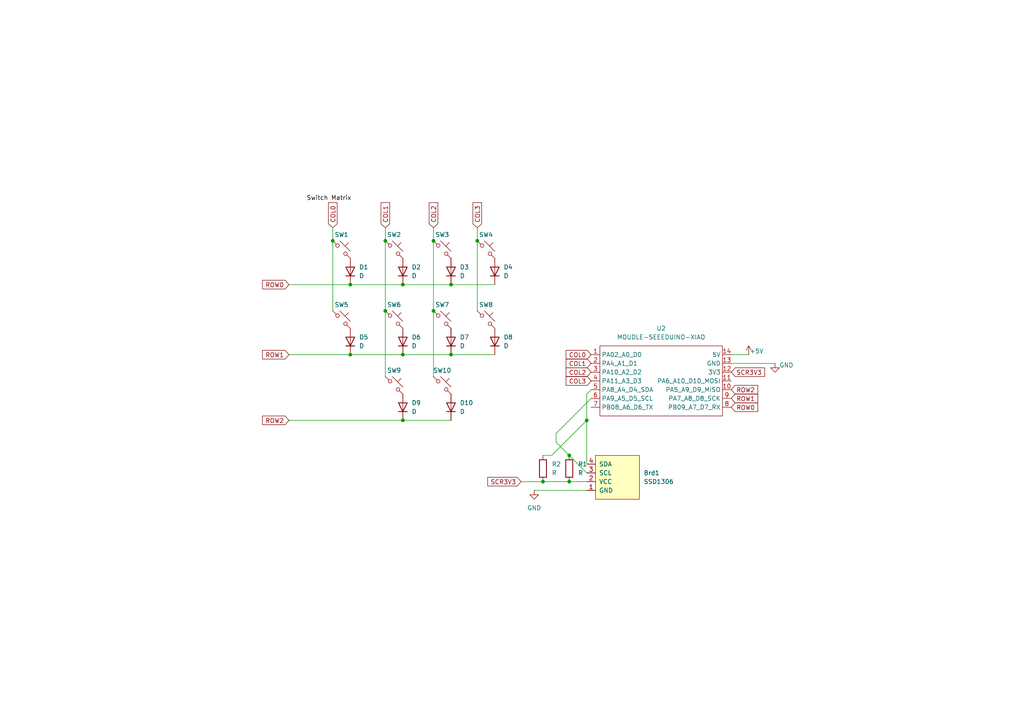
<source format=kicad_sch>
(kicad_sch (version 20231120) (generator "eeschema") (generator_version "8.0")
  (paper "A4")
  (lib_symbols
    (symbol "Device:D" (pin_numbers hide) (pin_names (offset 1.016) hide)
      (property "Reference" "D" (at 0 2.54 0))
      (property "Value" "D" (at 0 -2.54 0))
      (symbol "D_0_1"
        (polyline (pts (xy -1.27 1.27) (xy -1.27 -1.27)) (stroke (width 0.254)))
        (polyline (pts (xy 1.27 0) (xy -1.27 0)))
        (polyline (pts (xy 1.27 1.27) (xy 1.27 -1.27) (xy -1.27 0) (xy 1.27 1.27)) (stroke (width 0.254)))
      )
      (symbol "D_1_1"
        (pin passive line (at -3.81 0 0) (length 2.54) (name "K") (number "1"))
        (pin passive line (at 3.81 0 180) (length 2.54) (name "A") (number "2"))
      )
    )
    (symbol "Device:R" (pin_numbers hide) (pin_names (offset 0))
      (property "Reference" "R" (at 2.032 0 90))
      (property "Value" "R" (at 0 0 90))
      (symbol "R_0_1"
        (rectangle (start -1.016 -2.54) (end 1.016 2.54) (stroke (width 0.254)))
      )
      (symbol "R_1_1"
        (pin passive line (at 0 3.81 270) (length 1.27) (name "~") (number "1"))
        (pin passive line (at 0 -3.81 90) (length 1.27) (name "~") (number "2"))
      )
    )
    (symbol "MOUDLE-SEEEDUINO-XIAO:MOUDLE-SEEEDUINO-XIAO"
      (property "Reference" "U" (at -16.51 11.43 0))
      (property "Value" "MOUDLE-SEEEDUINO-XIAO" (at -3.81 -11.43 0))
      (symbol "MOUDLE-SEEEDUINO-XIAO_0_1"
        (rectangle (start -16.51 10.16) (end 19.05 -10.16))
      )
      (symbol "MOUDLE-SEEEDUINO-XIAO_1_1"
        (pin passive line (at -19.05 7.62 0) (length 2.54) (name "PA02_A0_D0") (number "1"))
        (pin passive line (at 21.59 -2.54 180) (length 2.54) (name "PA5_A9_D9_MISO") (number "10"))
        (pin passive line (at 21.59 0 180) (length 2.54) (name "PA6_A10_D10_MOSI") (number "11"))
        (pin passive line (at 21.59 2.54 180) (length 2.54) (name "3V3") (number "12"))
        (pin passive line (at 21.59 5.08 180) (length 2.54) (name "GND") (number "13"))
        (pin passive line (at 21.59 7.62 180) (length 2.54) (name "5V") (number "14"))
        (pin passive line (at -19.05 5.08 0) (length 2.54) (name "PA4_A1_D1") (number "2"))
        (pin passive line (at -19.05 2.54 0) (length 2.54) (name "PA10_A2_D2") (number "3"))
        (pin passive line (at -19.05 0 0) (length 2.54) (name "PA11_A3_D3") (number "4"))
        (pin passive line (at -19.05 -2.54 0) (length 2.54) (name "PA8_A4_D4_SDA") (number "5"))
        (pin passive line (at -19.05 -5.08 0) (length 2.54) (name "PA9_A5_D5_SCL") (number "6"))
        (pin passive line (at -19.05 -7.62 0) (length 2.54) (name "PB08_A6_D6_TX") (number "7"))
        (pin passive line (at 21.59 -7.62 180) (length 2.54) (name "PB09_A7_D7_RX") (number "8"))
        (pin passive line (at 21.59 -5.08 180) (length 2.54) (name "PA7_A8_D8_SCK") (number "9"))
      )
    )
    (symbol "SSD1306-128x64_OLED:SSD1306" (pin_names (offset 1.016))
      (property "Reference" "Brd" (at 0 -3.81 0))
      (property "Value" "SSD1306" (at 0 -1.27 0))
      (symbol "SSD1306_0_1"
        (rectangle (start -6.35 6.35) (end 6.35 -6.35) (fill (type background)))
      )
      (symbol "SSD1306_1_1"
        (pin input line (at -3.81 8.89 270) (length 2.54) (name "GND") (number "1"))
        (pin input line (at -1.27 8.89 270) (length 2.54) (name "VCC") (number "2"))
        (pin input line (at 1.27 8.89 270) (length 2.54) (name "SCL") (number "3"))
        (pin input line (at 3.81 8.89 270) (length 2.54) (name "SDA") (number "4"))
      )
    )
    (symbol "Switch:SW_Push_45deg" (pin_numbers hide) (pin_names (offset 1.016) hide)
      (property "Reference" "SW" (at 3.048 1.016 0))
      (property "Value" "SW_Push_45deg" (at 0 -3.81 0))
      (symbol "SW_Push_45deg_0_1"
        (circle (center -1.1684 1.1684) (radius 0.508))
        (polyline (pts (xy -0.508 2.54) (xy 2.54 -0.508)))
        (polyline (pts (xy 1.016 1.016) (xy 2.032 2.032)))
        (polyline (pts (xy -2.54 2.54) (xy -1.524 1.524) (xy -1.524 1.524)))
        (polyline (pts (xy 1.524 -1.524) (xy 2.54 -2.54) (xy 2.54 -2.54) (xy 2.54 -2.54)))
        (circle (center 1.143 -1.1938) (radius 0.508))
        (pin passive line (at -2.54 2.54 0) (length 0) (name "1") (number "1"))
        (pin passive line (at 2.54 -2.54 180) (length 0) (name "2") (number "2"))
      )
    )
    (symbol "power:+5V" (power) (pin_numbers hide) (pin_names (offset 0) hide)
      (property "Value" "+5V" (at 0 3.556 0))
      (symbol "+5V_0_1"
        (polyline (pts (xy -0.762 1.27) (xy 0 2.54)))
        (polyline (pts (xy 0 0) (xy 0 2.54)))
        (polyline (pts (xy 0 2.54) (xy 0.762 1.27)))
      )
      (symbol "+5V_1_1"
        (pin power_in line (at 0 0 90) (length 0) (name "~") (number "1"))
      )
    )
    (symbol "power:GND" (power) (pin_numbers hide) (pin_names (offset 0) hide)
      (property "Value" "GND" (at 0 -3.81 0))
      (symbol "GND_0_1"
        (polyline (pts (xy 0 0) (xy 0 -1.27) (xy 1.27 -1.27) (xy 0 -2.54) (xy -1.27 -1.27) (xy 0 -1.27)))
      )
      (symbol "GND_1_1"
        (pin power_in line (at 0 0 270) (length 0) (name "~") (number "1"))
      )
    )
  )
  (junction (at 111.76 69.85))
  (junction (at 111.76 90.17))
  (junction (at 130.81 102.87))
  (junction (at 165.1 132.08))
  (junction (at 116.84 102.87))
  (junction (at 157.48 139.7))
  (junction (at 170.18 121.92))
  (junction (at 101.6 102.87))
  (junction (at 116.84 121.92))
  (junction (at 96.52 69.85))
  (junction (at 125.73 69.85))
  (junction (at 116.84 82.55))
  (junction (at 101.6 82.55))
  (junction (at 165.1 139.7))
  (junction (at 138.43 69.85))
  (junction (at 125.73 90.17))
  (junction (at 130.81 82.55))
  (wire (pts (xy 116.84 82.55) (xy 130.81 82.55)))
  (wire (pts (xy 170.18 137.16) (xy 165.1 132.08)))
  (wire (pts (xy 170.18 142.24) (xy 154.94 142.24)))
  (wire (pts (xy 212.09 102.87) (xy 217.17 102.87)))
  (wire (pts (xy 160.02 132.08) (xy 170.18 121.92)))
  (wire (pts (xy 165.1 132.08) (xy 161.29 128.27)))
  (wire (pts (xy 138.43 69.85) (xy 138.43 90.17)))
  (wire (pts (xy 116.84 121.92) (xy 130.81 121.92)))
  (wire (pts (xy 111.76 66.04) (xy 111.76 69.85)))
  (wire (pts (xy 151.13 139.7) (xy 157.48 139.7)))
  (wire (pts (xy 138.43 66.04) (xy 138.43 69.85)))
  (wire (pts (xy 170.18 114.3) (xy 171.45 113.03)))
  (wire (pts (xy 101.6 102.87) (xy 116.84 102.87)))
  (wire (pts (xy 170.18 121.92) (xy 170.18 114.3)))
  (wire (pts (xy 101.6 82.55) (xy 116.84 82.55)))
  (wire (pts (xy 157.48 139.7) (xy 165.1 139.7)))
  (wire (pts (xy 83.82 102.87) (xy 101.6 102.87)))
  (wire (pts (xy 83.82 82.55) (xy 101.6 82.55)))
  (wire (pts (xy 111.76 90.17) (xy 111.76 109.22)))
  (wire (pts (xy 161.29 128.27) (xy 161.29 125.73)))
  (wire (pts (xy 96.52 66.04) (xy 96.52 69.85)))
  (wire (pts (xy 130.81 102.87) (xy 143.51 102.87)))
  (wire (pts (xy 111.76 69.85) (xy 111.76 90.17)))
  (wire (pts (xy 161.29 125.73) (xy 171.45 115.57)))
  (wire (pts (xy 157.48 132.08) (xy 160.02 132.08)))
  (wire (pts (xy 96.52 69.85) (xy 96.52 90.17)))
  (wire (pts (xy 83.82 121.92) (xy 116.84 121.92)))
  (wire (pts (xy 130.81 82.55) (xy 143.51 82.55)))
  (wire (pts (xy 125.73 90.17) (xy 125.73 109.22)))
  (wire (pts (xy 125.73 66.04) (xy 125.73 69.85)))
  (wire (pts (xy 165.1 139.7) (xy 170.18 139.7)))
  (wire (pts (xy 116.84 102.87) (xy 130.81 102.87)))
  (wire (pts (xy 212.09 105.41) (xy 224.79 105.41)))
  (wire (pts (xy 125.73 69.85) (xy 125.73 90.17)))
  (wire (pts (xy 170.18 134.62) (xy 170.18 121.92)))
  (label "Switch Matrix" (at 88.9 58.42 0))
  (global_label "COL3" (shape input) (at 171.45 110.49 180) (property "Intersheetrefs" "${INTERSHEET_REFS}" (effects (hide yes))))
  (global_label "ROW0" (shape input) (at 83.82 82.55 180) (property "Intersheetrefs" "${INTERSHEET_REFS}" (effects (hide yes))))
  (global_label "COL1" (shape input) (at 171.45 105.41 180) (property "Intersheetrefs" "${INTERSHEET_REFS}" (effects (hide yes))))
  (global_label "ROW1" (shape input) (at 212.09 115.57 0) (property "Intersheetrefs" "${INTERSHEET_REFS}" (effects (hide yes))))
  (global_label "COL1" (shape input) (at 111.76 66.04 90) (property "Intersheetrefs" "${INTERSHEET_REFS}" (effects (hide yes))))
  (global_label "ROW2" (shape input) (at 83.82 121.92 180) (property "Intersheetrefs" "${INTERSHEET_REFS}" (effects (hide yes))))
  (global_label "COL3" (shape input) (at 138.43 66.04 90) (property "Intersheetrefs" "${INTERSHEET_REFS}" (effects (hide yes))))
  (global_label "ROW1" (shape input) (at 83.82 102.87 180) (property "Intersheetrefs" "${INTERSHEET_REFS}" (effects (hide yes))))
  (global_label "COL2" (shape input) (at 125.73 66.04 90) (property "Intersheetrefs" "${INTERSHEET_REFS}" (effects (hide yes))))
  (global_label "ROW2" (shape input) (at 212.09 113.03 0) (property "Intersheetrefs" "${INTERSHEET_REFS}" (effects (hide yes))))
  (global_label "SCR3V3" (shape input) (at 151.13 139.7 180) (property "Intersheetrefs" "${INTERSHEET_REFS}" (effects (hide yes))))
  (global_label "SCR3V3" (shape input) (at 212.09 107.95 0) (property "Intersheetrefs" "${INTERSHEET_REFS}" (effects (hide yes))))
  (global_label "COL0" (shape input) (at 96.52 66.04 90) (property "Intersheetrefs" "${INTERSHEET_REFS}" (effects (hide yes))))
  (global_label "ROW0" (shape input) (at 212.09 118.11 0) (property "Intersheetrefs" "${INTERSHEET_REFS}" (effects (hide yes))))
  (global_label "COL0" (shape input) (at 171.45 102.87 180) (property "Intersheetrefs" "${INTERSHEET_REFS}" (effects (hide yes))))
  (global_label "COL2" (shape input) (at 171.45 107.95 180) (property "Intersheetrefs" "${INTERSHEET_REFS}" (effects (hide yes))))
  (symbol (lib_id "Device:D") (at 116.84 78.74 90) (unit 1)
    (property "Reference" "D2" (at 119.38 77.4699 90) (effects (justify right)))
    (property "Value" "D" (at 119.38 80.0099 90) (effects (justify right)))
    (property "Footprint" "Diode_THT:D_A-405_P10.16mm_Horizontal" (effects (hide yes)))
    (property "Description" "Diode" (effects (hide yes)))
    (property "Sim.Device" "D" (effects (hide yes)))
    (property "Sim.Pins" "1=K 2=A" (effects (hide yes)))
  )
  (symbol (lib_id "Switch:SW_Push_45deg") (at 128.27 92.71 0) (unit 1)
    (property "Reference" "SW7" (at 128.27 88.392 0))
    (property "Value" "SW_Push_45deg" (effects (hide yes)))
    (property "Footprint" "MX_Solderable:MX-Solderable-1U" (effects (hide yes)))
    (property "Description" "Push button switch, normally open, two pins, 45° tilted" (effects (hide yes)))
  )
  (symbol (lib_id "Device:R") (at 165.1 135.89 0) (unit 1)
    (property "Reference" "R1" (at 167.64 134.6199 0) (effects (justify left)))
    (property "Value" "R" (at 167.64 137.1599 0) (effects (justify left)))
    (property "Footprint" "Resistor_THT:R_Axial_DIN0204_L3.6mm_D1.6mm_P5.08mm_Horizontal" (effects (hide yes)))
    (property "Description" "Resistor" (effects (hide yes)))
  )
  (symbol (lib_id "Switch:SW_Push_45deg") (at 140.97 92.71 0) (unit 1)
    (property "Reference" "SW8" (at 140.97 88.392 0))
    (property "Value" "SW_Push_45deg" (effects (hide yes)))
    (property "Footprint" "MX_Solderable:MX-Solderable-1U" (effects (hide yes)))
    (property "Description" "Push button switch, normally open, two pins, 45° tilted" (effects (hide yes)))
  )
  (symbol (lib_id "Device:D") (at 143.51 78.74 90) (unit 1)
    (property "Reference" "D4" (at 146.05 77.4699 90) (effects (justify right)))
    (property "Value" "D" (at 146.05 80.0099 90) (effects (justify right)))
    (property "Footprint" "Diode_THT:D_A-405_P10.16mm_Horizontal" (effects (hide yes)))
    (property "Description" "Diode" (effects (hide yes)))
    (property "Sim.Device" "D" (effects (hide yes)))
    (property "Sim.Pins" "1=K 2=A" (effects (hide yes)))
  )
  (symbol (lib_id "Device:D") (at 101.6 78.74 90) (unit 1)
    (property "Reference" "D1" (at 104.14 77.4699 90) (effects (justify right)))
    (property "Value" "D" (at 104.14 80.0099 90) (effects (justify right)))
    (property "Footprint" "Diode_THT:D_A-405_P10.16mm_Horizontal" (effects (hide yes)))
    (property "Description" "Diode" (effects (hide yes)))
    (property "Sim.Device" "D" (effects (hide yes)))
    (property "Sim.Pins" "1=K 2=A" (effects (hide yes)))
  )
  (symbol (lib_id "Switch:SW_Push_45deg") (at 128.27 72.39 0) (unit 1)
    (property "Reference" "SW3" (at 128.27 68.072 0))
    (property "Value" "SW_Push_45deg" (effects (hide yes)))
    (property "Footprint" "MX_Solderable:MX-Solderable-1U" (effects (hide yes)))
    (property "Description" "Push button switch, normally open, two pins, 45° tilted" (effects (hide yes)))
  )
  (symbol (lib_id "Switch:SW_Push_45deg") (at 114.3 92.71 0) (unit 1)
    (property "Reference" "SW6" (at 114.3 88.392 0))
    (property "Value" "SW_Push_45deg" (effects (hide yes)))
    (property "Footprint" "MX_Solderable:MX-Solderable-1U" (effects (hide yes)))
    (property "Description" "Push button switch, normally open, two pins, 45° tilted" (effects (hide yes)))
  )
  (symbol (lib_id "Switch:SW_Push_45deg") (at 99.06 72.39 0) (unit 1)
    (property "Reference" "SW1" (at 99.06 68.072 0))
    (property "Value" "SW_Push_45deg" (effects (hide yes)))
    (property "Footprint" "MX_Solderable:MX-Solderable-1U" (effects (hide yes)))
    (property "Description" "Push button switch, normally open, two pins, 45° tilted" (effects (hide yes)))
  )
  (symbol (lib_id "Device:D") (at 143.51 99.06 90) (unit 1)
    (property "Reference" "D8" (at 146.05 97.7899 90) (effects (justify right)))
    (property "Value" "D" (at 146.05 100.3299 90) (effects (justify right)))
    (property "Footprint" "Diode_THT:D_A-405_P10.16mm_Horizontal" (effects (hide yes)))
    (property "Description" "Diode" (effects (hide yes)))
    (property "Sim.Device" "D" (effects (hide yes)))
    (property "Sim.Pins" "1=K 2=A" (effects (hide yes)))
  )
  (symbol (lib_id "SSD1306-128x64_OLED:SSD1306") (at 179.07 138.43 90) (unit 1)
    (property "Reference" "Brd1" (at 186.69 137.1599 90) (effects (justify right)))
    (property "Value" "SSD1306" (at 186.69 139.6999 90) (effects (justify right)))
    (property "Footprint" "SSD1306:128x64OLED" (effects (hide yes)))
  )
  (symbol (lib_id "power:GND") (at 224.79 105.41 0) (unit 1)
    (property "Reference" "#PWR05" (effects (hide yes)))
    (property "Value" "GND" (at 228.092 105.918 0))
    (property "Description" "Power symbol creates a global label with name \"GND\" , ground" (effects (hide yes)))
  )
  (symbol (lib_id "Switch:SW_Push_45deg") (at 114.3 72.39 0) (unit 1)
    (property "Reference" "SW2" (at 114.3 68.072 0))
    (property "Value" "SW_Push_45deg" (effects (hide yes)))
    (property "Footprint" "MX_Solderable:MX-Solderable-1U" (effects (hide yes)))
    (property "Description" "Push button switch, normally open, two pins, 45° tilted" (effects (hide yes)))
  )
  (symbol (lib_id "MOUDLE-SEEEDUINO-XIAO:MOUDLE-SEEEDUINO-XIAO") (at 190.5 110.49 0) (unit 1)
    (property "Reference" "U2" (at 191.77 95.25 0))
    (property "Value" "MOUDLE-SEEEDUINO-XIAO" (at 191.77 97.79 0))
    (property "Footprint" "XIAO_PCB:MOUDLE14P-2.54-21X17.8MM" (effects (hide yes)))
  )
  (symbol (lib_id "Switch:SW_Push_45deg") (at 114.3 111.76 0) (unit 1)
    (property "Reference" "SW9" (at 114.3 107.442 0))
    (property "Value" "SW_Push_45deg" (effects (hide yes)))
    (property "Footprint" "MX_Solderable:MX-Solderable-1U" (effects (hide yes)))
    (property "Description" "Push button switch, normally open, two pins, 45° tilted" (effects (hide yes)))
  )
  (symbol (lib_id "Device:R") (at 157.48 135.89 0) (unit 1)
    (property "Reference" "R2" (at 160.02 134.6199 0) (effects (justify left)))
    (property "Value" "R" (at 160.02 137.1599 0) (effects (justify left)))
    (property "Footprint" "Resistor_THT:R_Axial_DIN0204_L3.6mm_D1.6mm_P5.08mm_Horizontal" (effects (hide yes)))
    (property "Description" "Resistor" (effects (hide yes)))
  )
  (symbol (lib_id "Device:D") (at 116.84 118.11 90) (unit 1)
    (property "Reference" "D9" (at 119.38 116.8399 90) (effects (justify right)))
    (property "Value" "D" (at 119.38 119.3799 90) (effects (justify right)))
    (property "Footprint" "Diode_THT:D_A-405_P10.16mm_Horizontal" (effects (hide yes)))
    (property "Description" "Diode" (effects (hide yes)))
    (property "Sim.Device" "D" (effects (hide yes)))
    (property "Sim.Pins" "1=K 2=A" (effects (hide yes)))
  )
  (symbol (lib_id "Switch:SW_Push_45deg") (at 128.27 111.76 0) (unit 1)
    (property "Reference" "SW10" (at 128.27 107.442 0))
    (property "Value" "SW_Push_45deg" (effects (hide yes)))
    (property "Footprint" "MX_Solderable:MX-Solderable-1U" (effects (hide yes)))
    (property "Description" "Push button switch, normally open, two pins, 45° tilted" (effects (hide yes)))
  )
  (symbol (lib_id "Device:D") (at 101.6 99.06 90) (unit 1)
    (property "Reference" "D5" (at 104.14 97.7899 90) (effects (justify right)))
    (property "Value" "D" (at 104.14 100.3299 90) (effects (justify right)))
    (property "Footprint" "Diode_THT:D_A-405_P10.16mm_Horizontal" (effects (hide yes)))
    (property "Description" "Diode" (effects (hide yes)))
    (property "Sim.Device" "D" (effects (hide yes)))
    (property "Sim.Pins" "1=K 2=A" (effects (hide yes)))
  )
  (symbol (lib_id "Device:D") (at 130.81 78.74 90) (unit 1)
    (property "Reference" "D3" (at 133.35 77.4699 90) (effects (justify right)))
    (property "Value" "D" (at 133.35 80.0099 90) (effects (justify right)))
    (property "Footprint" "Diode_THT:D_A-405_P10.16mm_Horizontal" (effects (hide yes)))
    (property "Description" "Diode" (effects (hide yes)))
    (property "Sim.Device" "D" (effects (hide yes)))
    (property "Sim.Pins" "1=K 2=A" (effects (hide yes)))
  )
  (symbol (lib_id "Device:D") (at 130.81 99.06 90) (unit 1)
    (property "Reference" "D7" (at 133.35 97.7899 90) (effects (justify right)))
    (property "Value" "D" (at 133.35 100.3299 90) (effects (justify right)))
    (property "Footprint" "Diode_THT:D_A-405_P10.16mm_Horizontal" (effects (hide yes)))
    (property "Description" "Diode" (effects (hide yes)))
    (property "Sim.Device" "D" (effects (hide yes)))
    (property "Sim.Pins" "1=K 2=A" (effects (hide yes)))
  )
  (symbol (lib_id "Switch:SW_Push_45deg") (at 140.97 72.39 0) (unit 1)
    (property "Reference" "SW4" (at 140.97 68.072 0))
    (property "Value" "SW_Push_45deg" (effects (hide yes)))
    (property "Footprint" "MX_Solderable:MX-Solderable-1U" (effects (hide yes)))
    (property "Description" "Push button switch, normally open, two pins, 45° tilted" (effects (hide yes)))
  )
  (symbol (lib_id "Switch:SW_Push_45deg") (at 99.06 92.71 0) (unit 1)
    (property "Reference" "SW5" (at 99.06 88.392 0))
    (property "Value" "SW_Push_45deg" (effects (hide yes)))
    (property "Footprint" "MX_Solderable:MX-Solderable-1U" (effects (hide yes)))
    (property "Description" "Push button switch, normally open, two pins, 45° tilted" (effects (hide yes)))
  )
  (symbol (lib_id "Device:D") (at 130.81 118.11 90) (unit 1)
    (property "Reference" "D10" (at 133.35 116.8399 90) (effects (justify right)))
    (property "Value" "D" (at 133.35 119.3799 90) (effects (justify right)))
    (property "Footprint" "Diode_THT:D_A-405_P10.16mm_Horizontal" (effects (hide yes)))
    (property "Description" "Diode" (effects (hide yes)))
    (property "Sim.Device" "D" (effects (hide yes)))
    (property "Sim.Pins" "1=K 2=A" (effects (hide yes)))
  )
  (symbol (lib_id "power:+5V") (at 217.17 102.87 0) (unit 1)
    (property "Reference" "#PWR04" (effects (hide yes)))
    (property "Value" "+5V" (at 219.456 101.854 0))
    (property "Description" "Power symbol creates a global label with name \"+5V\"" (effects (hide yes)))
  )
  (symbol (lib_id "Device:D") (at 116.84 99.06 90) (unit 1)
    (property "Reference" "D6" (at 119.38 97.7899 90) (effects (justify right)))
    (property "Value" "D" (at 119.38 100.3299 90) (effects (justify right)))
    (property "Footprint" "Diode_THT:D_A-405_P10.16mm_Horizontal" (effects (hide yes)))
    (property "Description" "Diode" (effects (hide yes)))
    (property "Sim.Device" "D" (effects (hide yes)))
    (property "Sim.Pins" "1=K 2=A" (effects (hide yes)))
  )
  (symbol (lib_id "power:GND") (at 154.94 142.24 0) (unit 1)
    (property "Reference" "#PWR01" (effects (hide yes)))
    (property "Value" "GND" (at 154.94 147.32 0))
    (property "Description" "Power symbol creates a global label with name \"GND\" , ground" (effects (hide yes)))
  )
)
</source>
